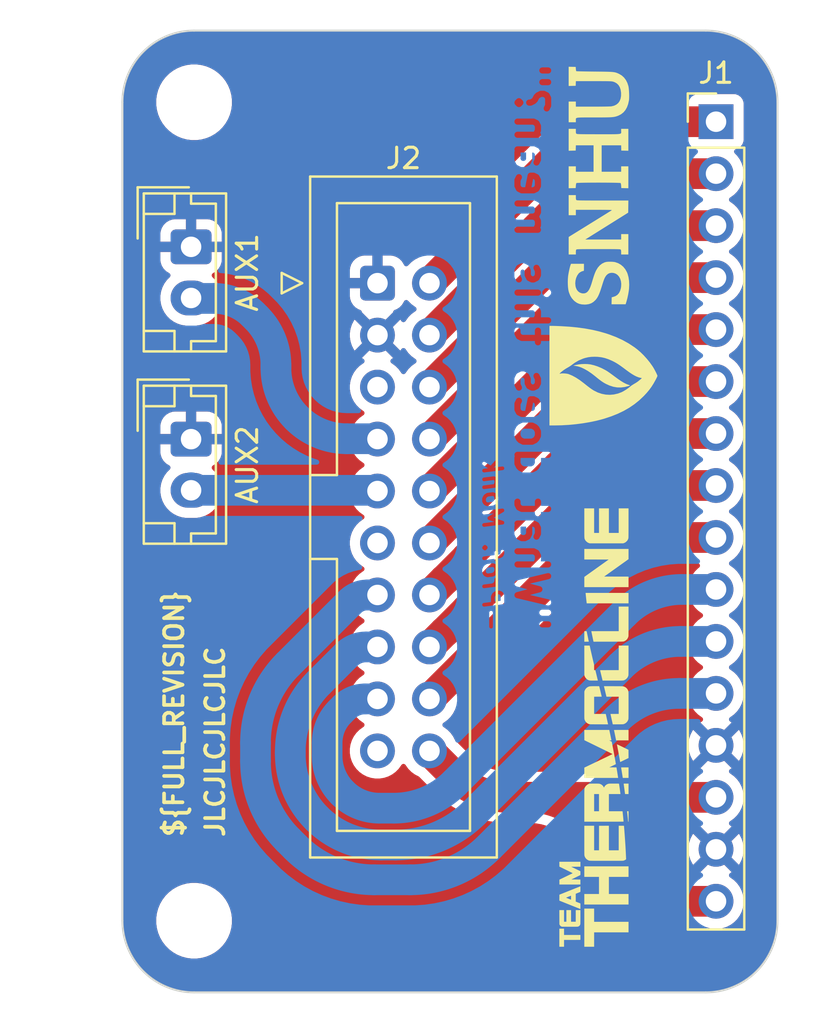
<source format=kicad_pcb>
(kicad_pcb (version 20241229) (generator "pcbnew") (generator_version "9.0")
  (layers (0 "F.Cu" signal) (2 "B.Cu" signal) (13 "F.Paste" user) (15 "B.Paste" user) (5 "F.SilkS" user "F.Silkscreen") (7 "B.SilkS" user "B.Silkscreen") (1 "F.Mask" user) (3 "B.Mask" user) (25 "Edge.Cuts" user))
  (net 0 "")
  (net 1 "/GP2{slash}I2C1_SDA")
  (net 2 "/GP27{slash}ADC1{slash}I2C1_SCL")
  (net 3 "/GP16{slash}SPI_MISO{slash}SD_SD0")
  (net 4 "/GP17{slash}SD_CS{slash}SPI_CS2")
  (net 5 "/GP7{slash}SPI_MOSI{slash}SD SDI")
  (net 6 "/GP26{slash}ADC0{slash}I2C1_SDA")
  (net 7 "/GP0{slash}UART0_TX")
  (net 8 "/GP22{slash}PWM")
  (net 9 "/GP28{slash}ADC2")
  (net 10 "GND")
  (net 11 "/GP6{slash}SPI_CLK{slash}SD_CLK")
  (net 12 "/GP3{slash}I2C1_SCL")
  (net 13 "/GP1{slash}UART0_RX")
  (net 14 "+3.3V")
  (net 15 "+5V")
  (net 16 "/AUX1")
  (net 17 "/AUX2")
  (footprint "KenwoodFox:SNHU_NEW" (layer "F.Cu") (at 0 -13 90)
    (property "Reference" "SNHU_NEW***")
    (property "Value" "LOGO" (hide yes))
  )
  (footprint "Connector_JST:JST_EH_B2B-EH-A_1x02_P2.50mm_Vertical" (layer "F.Cu") (at -20.147 -12.934 -90)
    (property "Reference" "J3")
    (property "Value" "AUX1" (at 1.25 -2.748 90) (layer "F.SilkS"))
    (pad "1" thru_hole roundrect (at 0 0 270) (size 1.7 2) (drill 1) (layers "*.Cu" "*.Mask") (roundrect_rratio 0.147059) (net 10 "GND"))
    (pad "2" thru_hole oval (at 2.5 0 270) (size 1.7 2) (drill 1) (layers "*.Cu" "*.Mask") (net 16 "/AUX1"))
  )
  (footprint "Connector_IDC:IDC-Header_2x10_P2.54mm_Vertical" (layer "F.Cu") (at -11.04 -11.16)
    (property "Reference" "J2" (at 1.27 -6.1 0) (layer "F.SilkS"))
    (property "Value" "HMI_Daughter_Connector")
    (pad "1" thru_hole roundrect (at 0 0) (size 1.7 1.7) (drill 1) (layers "*.Cu" "*.Mask") (roundrect_rratio 0.147059) (net 10 "GND"))
    (pad "2" thru_hole circle (at 2.54 0) (size 1.7 1.7) (drill 1) (layers "*.Cu" "*.Mask") (net 7 "/GP0{slash}UART0_TX"))
    (pad "3" thru_hole circle (at 0 2.54) (size 1.7 1.7) (drill 1) (layers "*.Cu" "*.Mask") (net 10 "GND"))
    (pad "4" thru_hole circle (at 2.54 2.54) (size 1.7 1.7) (drill 1) (layers "*.Cu" "*.Mask") (net 13 "/GP1{slash}UART0_RX"))
    (pad "5" thru_hole circle (at 0 5.08) (size 1.7 1.7) (drill 1) (layers "*.Cu" "*.Mask"))
    (pad "6" thru_hole circle (at 2.54 5.08) (size 1.7 1.7) (drill 1) (layers "*.Cu" "*.Mask") (net 1 "/GP2{slash}I2C1_SDA"))
    (pad "7" thru_hole circle (at 0 7.62) (size 1.7 1.7) (drill 1) (layers "*.Cu" "*.Mask") (net 16 "/AUX1"))
    (pad "8" thru_hole circle (at 2.54 7.62) (size 1.7 1.7) (drill 1) (layers "*.Cu" "*.Mask") (net 12 "/GP3{slash}I2C1_SCL"))
    (pad "9" thru_hole circle (at 0 10.16) (size 1.7 1.7) (drill 1) (layers "*.Cu" "*.Mask") (net 17 "/AUX2"))
    (pad "10" thru_hole circle (at 2.54 10.16) (size 1.7 1.7) (drill 1) (layers "*.Cu" "*.Mask") (net 11 "/GP6{slash}SPI_CLK{slash}SD_CLK"))
    (pad "11" thru_hole circle (at 0 12.7) (size 1.7 1.7) (drill 1) (layers "*.Cu" "*.Mask"))
    (pad "12" thru_hole circle (at 2.54 12.7) (size 1.7 1.7) (drill 1) (layers "*.Cu" "*.Mask") (net 5 "/GP7{slash}SPI_MOSI{slash}SD SDI"))
    (pad "13" thru_hole circle (at 0 15.24) (size 1.7 1.7) (drill 1) (layers "*.Cu" "*.Mask") (net 9 "/GP28{slash}ADC2"))
    (pad "14" thru_hole circle (at 2.54 15.24) (size 1.7 1.7) (drill 1) (layers "*.Cu" "*.Mask") (net 3 "/GP16{slash}SPI_MISO{slash}SD_SD0"))
    (pad "15" thru_hole circle (at 0 17.78) (size 1.7 1.7) (drill 1) (layers "*.Cu" "*.Mask") (net 2 "/GP27{slash}ADC1{slash}I2C1_SCL"))
    (pad "16" thru_hole circle (at 2.54 17.78) (size 1.7 1.7) (drill 1) (layers "*.Cu" "*.Mask") (net 4 "/GP17{slash}SD_CS{slash}SPI_CS2"))
    (pad "17" thru_hole circle (at 0 20.32) (size 1.7 1.7) (drill 1) (layers "*.Cu" "*.Mask") (net 6 "/GP26{slash}ADC0{slash}I2C1_SDA"))
    (pad "18" thru_hole circle (at 2.54 20.32) (size 1.7 1.7) (drill 1) (layers "*.Cu" "*.Mask") (net 8 "/GP22{slash}PWM"))
    (pad "19" thru_hole circle (at 0 22.86) (size 1.7 1.7) (drill 1) (layers "*.Cu" "*.Mask") (net 15 "+5V"))
    (pad "20" thru_hole circle (at 2.54 22.86) (size 1.7 1.7) (drill 1) (layers "*.Cu" "*.Mask") (net 14 "+3.3V"))
  )
  (footprint "Connector_PinHeader_2.54mm:PinHeader_1x16_P2.54mm_Vertical" (layer "F.Cu") (at 5.5 -19.05)
    (property "Reference" "J1" (at 0 -2.38 0) (layer "F.SilkS"))
    (property "Value" "Disp_Connector")
    (pad "1" thru_hole rect (at 0 0) (size 1.7 1.7) (drill 1) (layers "*.Cu" "*.Mask") (net 7 "/GP0{slash}UART0_TX"))
    (pad "2" thru_hole circle (at 0 2.54) (size 1.7 1.7) (drill 1) (layers "*.Cu" "*.Mask") (net 13 "/GP1{slash}UART0_RX"))
    (pad "3" thru_hole circle (at 0 5.08) (size 1.7 1.7) (drill 1) (layers "*.Cu" "*.Mask") (net 1 "/GP2{slash}I2C1_SDA"))
    (pad "4" thru_hole circle (at 0 7.62) (size 1.7 1.7) (drill 1) (layers "*.Cu" "*.Mask") (net 12 "/GP3{slash}I2C1_SCL"))
    (pad "5" thru_hole circle (at 0 10.16) (size 1.7 1.7) (drill 1) (layers "*.Cu" "*.Mask") (net 11 "/GP6{slash}SPI_CLK{slash}SD_CLK"))
    (pad "6" thru_hole circle (at 0 12.7) (size 1.7 1.7) (drill 1) (layers "*.Cu" "*.Mask") (net 5 "/GP7{slash}SPI_MOSI{slash}SD SDI"))
    (pad "7" thru_hole circle (at 0 15.24) (size 1.7 1.7) (drill 1) (layers "*.Cu" "*.Mask") (net 3 "/GP16{slash}SPI_MISO{slash}SD_SD0"))
    (pad "8" thru_hole circle (at 0 17.78) (size 1.7 1.7) (drill 1) (layers "*.Cu" "*.Mask") (net 4 "/GP17{slash}SD_CS{slash}SPI_CS2"))
    (pad "9" thru_hole circle (at 0 20.32) (size 1.7 1.7) (drill 1) (layers "*.Cu" "*.Mask") (net 8 "/GP22{slash}PWM"))
    (pad "10" thru_hole circle (at 0 22.86) (size 1.7 1.7) (drill 1) (layers "*.Cu" "*.Mask") (net 6 "/GP26{slash}ADC0{slash}I2C1_SDA"))
    (pad "11" thru_hole circle (at 0 25.4) (size 1.7 1.7) (drill 1) (layers "*.Cu" "*.Mask") (net 2 "/GP27{slash}ADC1{slash}I2C1_SCL"))
    (pad "12" thru_hole circle (at 0 27.94) (size 1.7 1.7) (drill 1) (layers "*.Cu" "*.Mask") (net 9 "/GP28{slash}ADC2"))
    (pad "13" thru_hole circle (at 0 30.48) (size 1.7 1.7) (drill 1) (layers "*.Cu" "*.Mask") (net 10 "GND"))
    (pad "14" thru_hole circle (at 0 33.02) (size 1.7 1.7) (drill 1) (layers "*.Cu" "*.Mask") (net 14 "+3.3V"))
    (pad "15" thru_hole circle (at 0 35.56) (size 1.7 1.7) (drill 1) (layers "*.Cu" "*.Mask") (net 10 "GND"))
    (pad "16" thru_hole circle (at 0 38.1) (size 1.7 1.7) (drill 1) (layers "*.Cu" "*.Mask") (net 14 "+3.3V"))
  )
  (footprint "thermocline:thermocline-logo" (layer "F.Cu") (at -0.5 10.5 90)
    (property "Reference" "G***")
    (property "Value" "LOGO" (hide yes))
  )
  (footprint "MountingHole:MountingHole_3.2mm_M3" (layer "F.Cu") (at -20 -20)
    (property "Reference" "REF**")
    (property "Value" "MountingHole_3.2mm_M3")
    (pad "" np_thru_hole circle (at 0 0) (size 3.2 3.2) (drill 3.2) (layers "*.Cu" "*.Mask"))
  )
  (footprint "MountingHole:MountingHole_3.2mm_M3" (layer "F.Cu") (at -20 20)
    (property "Reference" "REF**")
    (property "Value" "MountingHole_3.2mm_M3")
    (pad "" np_thru_hole circle (at 0 0) (size 3.2 3.2) (drill 3.2) (layers "*.Cu" "*.Mask"))
  )
  (footprint "Connector_JST:JST_EH_B2B-EH-A_1x02_P2.50mm_Vertical" (layer "F.Cu") (at -20.147 -3.536 -90)
    (property "Reference" "J4")
    (property "Value" "AUX2" (at 1.25 -2.748 90) (layer "F.SilkS"))
    (pad "1" thru_hole roundrect (at 0 0 270) (size 1.7 2) (drill 1) (layers "*.Cu" "*.Mask") (roundrect_rratio 0.147059) (net 10 "GND"))
    (pad "2" thru_hole oval (at 2.5 0 270) (size 1.7 2) (drill 1) (layers "*.Cu" "*.Mask") (net 17 "/AUX2"))
  )
  (gr_arc (start -20 23.5) (mid -22.474874 22.474874) (end -23.5 20) (stroke (width 0.1)) (layer "Edge.Cuts"))
  (gr_arc (start 8.5 20) (mid 7.474874 22.474874) (end 5 23.5) (stroke (width 0.1)) (layer "Edge.Cuts"))
  (gr_line (start -20 23.5) (end 5 23.5) (stroke (width 0.1)) (layer "Edge.Cuts"))
  (gr_line (start -23.5 -20) (end -23.5 20) (stroke (width 0.1)) (layer "Edge.Cuts"))
  (gr_line (start 5 -23.5) (end -20 -23.5) (stroke (width 0.1)) (layer "Edge.Cuts"))
  (gr_arc (start 5 -23.5) (mid 7.474874 -22.474874) (end 8.5 -20) (stroke (width 0.1)) (layer "Edge.Cuts"))
  (gr_arc (start -23.5 -20) (mid -22.474874 -22.474874) (end -20 -23.5) (stroke (width 0.1)) (layer "Edge.Cuts"))
  (gr_line (start 8.5 20) (end 8.5 -20) (stroke (width 0.1)) (layer "Edge.Cuts"))
  (gr_text "-Prof. Monk" (at -4.9 6 270) (layer "B.Cu" knockout) (effects (font (size 0.9 0.9) (thickness 0.18) (bold yes) (italic yes)) (justify left top mirror)))
  (gr_text "{dblquote}What does this mean?{dblquote}" (at -4.4 6 270) (layer "B.Cu" knockout) (effects (font (size 1.5 1.5) (thickness 0.3) (bold yes)) (justify left bottom mirror)))
  (gr_text "${FULL_REVISION}" (at -21.5 16 90) (layer "F.SilkS") (effects (font (size 0.9 0.9) (thickness 0.18) (bold yes)) (justify left top)))
  (gr_text "JLCJLCJLCJLC" (at -19.5 16 90) (layer "F.SilkS") (effects (font (size 0.9 0.9) (thickness 0.18) (bold yes)) (justify left top)))
  (segment (start -8.4965 -6.08) (end -8.5 -6.08) (width 1.5) (layer "F.Cu") (net 1))
  (segment (start 1.650962 -13.97) (end 5.5 -13.97) (width 1.5) (layer "F.Cu") (net 1))
  (segment (start -8.490526 -6.082474) (end -2.196793 -12.376207) (width 1.5) (layer "F.Cu") (net 1))
  (arc (start -8.4965 -6.08) (mid -8.493267 -6.080642) (end -8.490526 -6.082474) (width 1.5) (layer "F.Cu") (net 1))
  (arc (start -2.196793 -12.376207) (mid -0.431428 -13.555786) (end 1.650962 -13.97) (width 1.5) (layer "F.Cu") (net 1))
  (segment (start 3.777789 6.35) (end 5.5 6.35) (width 1.5) (layer "B.Cu") (net 2))
  (segment (start -10.147385 16.299) (end -10.863936 16.299) (width 1.5) (layer "B.Cu") (net 2))
  (segment (start -11.60052 6.62) (end -11.04 6.62) (width 1.5) (layer "B.Cu") (net 2))
  (segment (start 0.83779 7.567787) (end -6.299629 14.705207) (width 1.5) (layer "B.Cu") (net 2))
  (segment (start -15.299 11.863936) (end -15.299 11.729479) (width 1.5) (layer "B.Cu") (net 2))
  (segment (start -12.557388 7.016347) (end -13.904924 8.363883) (width 1.5) (layer "B.Cu") (net 2))
  (arc (start -10.147385 16.299) (mid -8.064994 15.884786) (end -6.299629 14.705207) (width 1.5) (layer "B.Cu") (net 2))
  (arc (start -15.299 11.729479) (mid -14.936691 9.908031) (end -13.904924 8.363883) (width 1.5) (layer "B.Cu") (net 2))
  (arc (start -15.299 11.863936) (mid -14.9614 13.561161) (end -14 15) (width 1.5) (layer "B.Cu") (net 2))
  (arc (start -14 15) (mid -12.561161 15.9614) (end -10.863936 16.299) (width 1.5) (layer "B.Cu") (net 2))
  (arc (start 0.83779 7.567787) (mid 2.186673 6.666492) (end 3.777789 6.35) (width 1.5) (layer "B.Cu") (net 2))
  (arc (start -12.557388 7.016347) (mid -12.118373 6.723007) (end -11.60052 6.62) (width 1.5) (layer "B.Cu") (net 2))
  (segment (start -2.203792 -2.216207) (end -6.696525 2.276525) (width 1.5) (layer "F.Cu") (net 3))
  (segment (start -7.763474 3.343474) (end -8.5 4.08) (width 1.5) (layer "F.Cu") (net 3))
  (segment (start -7.751526 3.338525) (end -6.701474 2.288473) (width 1.5) (layer "F.Cu") (net 3))
  (segment (start 1.643963 -3.81) (end 5.5 -3.81) (width 1.5) (layer "F.Cu") (net 3))
  (arc (start -7.763474 3.343474) (mid -7.760733 3.341642) (end -7.7575 3.341) (width 1.5) (layer "F.Cu") (net 3))
  (arc (start -6.699 2.282499) (mid -6.698356 2.279266) (end -6.696525 2.276525) (width 1.5) (layer "F.Cu") (net 3))
  (arc (start -7.751526 3.338525) (mid -7.754267 3.340356) (end -7.7575 3.341) (width 1.5) (layer "F.Cu") (net 3))
  (arc (start -6.699 2.282499) (mid -6.699642 2.285732) (end -6.701474 2.288473) (width 1.5) (layer "F.Cu") (net 3))
  (arc (start -2.203792 -2.216207) (mid -0.438427 -3.395786) (end 1.643963 -3.81) (width 1.5) (layer "F.Cu") (net 3))
  (segment (start 1.643963 -1.27) (end 5.5 -1.27) (width 1.5) (layer "F.Cu") (net 4))
  (segment (start -7.751526 5.878525) (end -6.701474 4.828473) (width 1.5) (layer "F.Cu") (net 4))
  (segment (start -7.763474 5.883474) (end -8.5 6.62) (width 1.5) (layer "F.Cu") (net 4))
  (segment (start -6.696525 4.816525) (end -2.203792 0.323792) (width 1.5) (layer "F.Cu") (net 4))
  (arc (start 1.643963 -1.27) (mid -0.438427 -0.855786) (end -2.203792 0.323792) (width 1.5) (layer "F.Cu") (net 4))
  (arc (start -7.763474 5.883474) (mid -7.760733 5.881642) (end -7.7575 5.881) (width 1.5) (layer "F.Cu") (net 4))
  (arc (start -6.699 4.822499) (mid -6.699642 4.825732) (end -6.701474 4.828473) (width 1.5) (layer "F.Cu") (net 4))
  (arc (start -6.699 4.822499) (mid -6.698356 4.819266) (end -6.696525 4.816525) (width 1.5) (layer "F.Cu") (net 4))
  (arc (start -7.751526 5.878525) (mid -7.754267 5.880356) (end -7.7575 5.881) (width 1.5) (layer "F.Cu") (net 4))
  (segment (start -2.196793 -4.756207) (end -8.490526 1.537525) (width 1.5) (layer "F.Cu") (net 5))
  (segment (start 1.650962 -6.35) (end 5.5 -6.35) (width 1.5) (layer "F.Cu") (net 5))
  (segment (start -8.4965 1.54) (end -8.5 1.54) (width 1.5) (layer "F.Cu") (net 5))
  (arc (start -8.490526 1.537525) (mid -8.493267 1.539356) (end -8.4965 1.54) (width 1.5) (layer "F.Cu") (net 5))
  (arc (start 1.650962 -6.35) (mid -0.431428 -5.935786) (end -2.196793 -4.756207) (width 1.5) (layer "F.Cu") (net 5))
  (segment (start -12.66708 9.584999) (end -12.87104 9.788959) (width 1.5) (layer "B.Cu") (net 6))
  (segment (start -10.939339 14.5) (end -10.25 14.5) (width 1.5) (layer "B.Cu") (net 6))
  (segment (start 3.845 3.81) (end 5.5 3.81) (width 1.5) (layer "B.Cu") (net 6))
  (segment (start -7.262563 13.262563) (end 1.019738 4.980261) (width 1.5) (layer "B.Cu") (net 6))
  (segment (start -11.64104 9.16) (end -11.04 9.16) (width 1.5) (layer "B.Cu") (net 6))
  (segment (start -13.5 11.307402) (end -13.5 11.939339) (width 1.5) (layer "B.Cu") (net 6))
  (arc (start -12.75 13.75) (mid -13.305081 12.919261) (end -13.5 11.939339) (width 1.5) (layer "B.Cu") (net 6))
  (arc (start -13.5 11.307402) (mid -13.336538 10.485626) (end -12.87104 9.788959) (width 1.5) (layer "B.Cu") (net 6))
  (arc (start -12.75 13.75) (mid -11.919261 14.305081) (end -10.939339 14.5) (width 1.5) (layer "B.Cu") (net 6))
  (arc (start 1.019738 4.980261) (mid 2.315979 4.11414) (end 3.845 3.81) (width 1.5) (layer "B.Cu") (net 6))
  (arc (start -7.262563 13.262563) (mid -8.63321 14.1784) (end -10.25 14.5) (width 1.5) (layer "B.Cu") (net 6))
  (arc (start -12.66708 9.584999) (mid -12.196329 9.270453) (end -11.64104 9.16) (width 1.5) (layer "B.Cu") (net 6))
  (segment (start -2.203792 -17.456207) (end -8.5 -11.16) (width 1.5) (layer "F.Cu") (net 7))
  (segment (start 1.643963 -19.05) (end 5.5 -19.05) (width 1.5) (layer "F.Cu") (net 7))
  (arc (start 1.643963 -19.05) (mid -0.438427 -18.635786) (end -2.203792 -17.456207) (width 1.5) (layer "F.Cu") (net 7))
  (segment (start -8.4965 9.16) (end -8.5 9.16) (width 1.5) (layer "F.Cu") (net 8))
  (segment (start -2.196793 2.863792) (end -8.490526 9.157525) (width 1.5) (layer "F.Cu") (net 8))
  (segment (start 1.650962 1.27) (end 5.5 1.27) (width 1.5) (layer "F.Cu") (net 8))
  (arc (start -8.4965 9.16) (mid -8.493267 9.159356) (end -8.490526 9.157525) (width 1.5) (layer "F.Cu") (net 8))
  (arc (start -2.196793 2.863792) (mid -0.431428 1.684213) (end 1.650962 1.27) (width 1.5) (layer "F.Cu") (net 8))
  (segment (start -9.442807 18) (end -11.201614 18) (width 1.5) (layer "B.Cu") (net 9))
  (segment (start 3.710578 8.89) (end 5.5 8.89) (width 1.5) (layer "B.Cu") (net 9))
  (segment (start -15.04937 16.406207) (end -15.406206 16.04937) (width 1.5) (layer "B.Cu") (net 9))
  (segment (start -17 12.201614) (end -17 11.307344) (width 1.5) (layer "B.Cu") (net 9))
  (segment (start -11.533309 4.08) (end -11.04 4.08) (width 1.5) (layer "B.Cu") (net 9))
  (segment (start 0.655843 10.155312) (end -5.595051 16.406207) (width 1.5) (layer "B.Cu") (net 9))
  (segment (start -15.406207 7.459588) (end -12.375441 4.428822) (width 1.5) (layer "B.Cu") (net 9))
  (arc (start -9.442807 18) (mid -7.360416 17.585786) (end -5.595051 16.406207) (width 1.5) (layer "B.Cu") (net 9))
  (arc (start 0.655843 10.155312) (mid 2.057367 9.218843) (end 3.710578 8.89) (width 1.5) (layer "B.Cu") (net 9))
  (arc (start -12.375441 4.428822) (mid -11.989067 4.170655) (end -11.533309 4.08) (width 1.5) (layer "B.Cu") (net 9))
  (arc (start -17 12.201614) (mid -16.585786 14.284004) (end -15.406206 16.04937) (width 1.5) (layer "B.Cu") (net 9))
  (arc (start -15.406207 7.459588) (mid -16.585786 9.224953) (end -17 11.307344) (width 1.5) (layer "B.Cu") (net 9))
  (arc (start -15.04937 16.406207) (mid -13.284004 17.585786) (end -11.201614 18) (width 1.5) (layer "B.Cu") (net 9))
  (segment (start 1.650962 -8.89) (end 5.5 -8.89) (width 1.5) (layer "F.Cu") (net 11))
  (segment (start -8.490526 -1.002474) (end -2.196793 -7.296207) (width 1.5) (layer "F.Cu") (net 11))
  (segment (start -8.4965 -1) (end -8.5 -1) (width 1.5) (layer "F.Cu") (net 11))
  (arc (start -8.4965 -1) (mid -8.493267 -1.000642) (end -8.490526 -1.002474) (width 1.5) (layer "F.Cu") (net 11))
  (arc (start 1.650962 -8.89) (mid -0.431428 -8.475786) (end -2.196793 -7.296207) (width 1.5) (layer "F.Cu") (net 11))
  (segment (start 1.650962 -11.43) (end 5.5 -11.43) (width 1.5) (layer "F.Cu") (net 12))
  (segment (start -2.196793 -9.836207) (end -8.490526 -3.542474) (width 1.5) (layer "F.Cu") (net 12))
  (segment (start -8.4965 -3.54) (end -8.5 -3.54) (width 1.5) (layer "F.Cu") (net 12))
  (arc (start 1.650962 -11.43) (mid -0.431428 -11.015786) (end -2.196793 -9.836207) (width 1.5) (layer "F.Cu") (net 12))
  (arc (start -8.4965 -3.54) (mid -8.493267 -3.540642) (end -8.490526 -3.542474) (width 1.5) (layer "F.Cu") (net 12))
  (segment (start -2.196793 -14.916207) (end -8.490526 -8.622474) (width 1.5) (layer "F.Cu") (net 13))
  (segment (start 1.650962 -16.51) (end 5.5 -16.51) (width 1.5) (layer "F.Cu") (net 13))
  (segment (start -8.4965 -8.62) (end -8.5 -8.62) (width 1.5) (layer "F.Cu") (net 13))
  (arc (start -8.4965 -8.62) (mid -8.493267 -8.620642) (end -8.490526 -8.622474) (width 1.5) (layer "F.Cu") (net 13))
  (arc (start 1.650962 -16.51) (mid -0.431428 -16.095786) (end -2.196793 -14.916207) (width 1.5) (layer "F.Cu") (net 13))
  (segment (start -4.624867 13.97) (end -3.619913 13.97) (width 1.5) (layer "F.Cu") (net 14))
  (segment (start -3.619913 13.97) (end -0.380086 13.97) (width 1.5) (layer "F.Cu") (net 14))
  (segment (start -0.380086 13.97) (end 5.5 13.97) (width 1.5) (layer "F.Cu") (net 14))
  (segment (start 4.29 19.05) (end 5.5 19.05) (width 1.5) (layer "F.Cu") (net 14))
  (segment (start -0.854548 15.115451) (end 2.2244 18.1944) (width 1.5) (layer "F.Cu") (net 14))
  (segment (start -7.365 12.835) (end -8.5 11.7) (width 1.5) (layer "F.Cu") (net 14))
  (arc (start -0.854548 15.115451) (mid -2.123308 14.267693) (end -3.619913 13.97) (width 1.5) (layer "F.Cu") (net 14))
  (arc (start -4.624867 13.97) (mid -6.107816 13.675023) (end -7.365 12.835) (width 1.5) (layer "F.Cu") (net 14))
  (arc (start 4.29 19.05) (mid 3.172105 18.827636) (end 2.2244 18.1944) (width 1.5) (layer "F.Cu") (net 14))
  (arc (start -0.854548 15.115451) (mid -1 14.384213) (end -0.380086 13.97) (width 1.5) (layer "F.Cu") (net 14))
  (segment (start -20.137 -10.424) (end -20.147 -10.434) (width 1.5) (layer "B.Cu") (net 16))
  (segment (start -16.002 -7.02484) (end -16.002 -7.161961) (width 1.5) (layer "B.Cu") (net 16))
  (segment (start -16.9545 -9.4615) (end -17.122111 -9.629111) (width 1.5) (layer "B.Cu") (net 16))
  (segment (start -11.048 -3.548) (end -11.04 -3.54) (width 1.5) (layer "B.Cu") (net 16))
  (segment (start -20.112857 -10.414) (end -19.017 -10.414) (width 1.5) (layer "B.Cu") (net 16))
  (segment (start -12.533159 -3.556) (end -11.067313 -3.556) (width 1.5) (layer "B.Cu") (net 16))
  (arc (start -14.986 -4.572) (mid -13.860626 -3.820049) (end -12.533159 -3.556) (width 1.5) (layer "B.Cu") (net 16))
  (arc (start -11.048 -3.548) (mid -11.056861 -3.55392) (end -11.067313 -3.556) (width 1.5) (layer "B.Cu") (net 16))
  (arc (start -16.002 -7.02484) (mid -15.73795 -5.697372) (end -14.986 -4.572) (width 1.5) (layer "B.Cu") (net 16))
  (arc (start -20.137 -10.424) (mid -20.125923 -10.416598) (end -20.112857 -10.414) (width 1.5) (layer "B.Cu") (net 16))
  (arc (start -17.122111 -9.629111) (mid -17.991493 -10.210013) (end -19.017 -10.414) (width 1.5) (layer "B.Cu") (net 16))
  (arc (start -16.9545 -9.4615) (mid -16.249546 -8.406462) (end -16.002 -7.161961) (width 1.5) (layer "B.Cu") (net 16))
  (segment (start -20.0835 -1.0995) (end -20.147 -1.163) (width 1.5) (layer "B.Cu") (net 17))
  (segment (start -11.058 -1.018) (end -11.04 -1) (width 1.5) (layer "B.Cu") (net 17))
  (segment (start -11.101455 -1.036) (end -19.930197 -1.036) (width 1.5) (layer "B.Cu") (net 17))
  (arc (start -20.0835 -1.0995) (mid -20.013164 -1.052503) (end -19.930197 -1.036) (width 1.5) (layer "B.Cu") (net 17))
  (arc (start -11.058 -1.018) (mid -11.077937 -1.031321) (end -11.101455 -1.036) (width 1.5) (layer "B.Cu") (net 17))
  (zone (net 10) (net_name "GND") (layers "F.Cu" "B.Cu") (connect_pads (clearance 0.5)) (min_thickness 0.25) (fill yes (thermal_gap 0.5) (thermal_bridge_width 0.5))
    (polygon (pts (xy -23.5 -23.5) (xy 8.5 -23.5) (xy 8.5 23.5) (xy -23.5 23.5)))
  )
)
</source>
